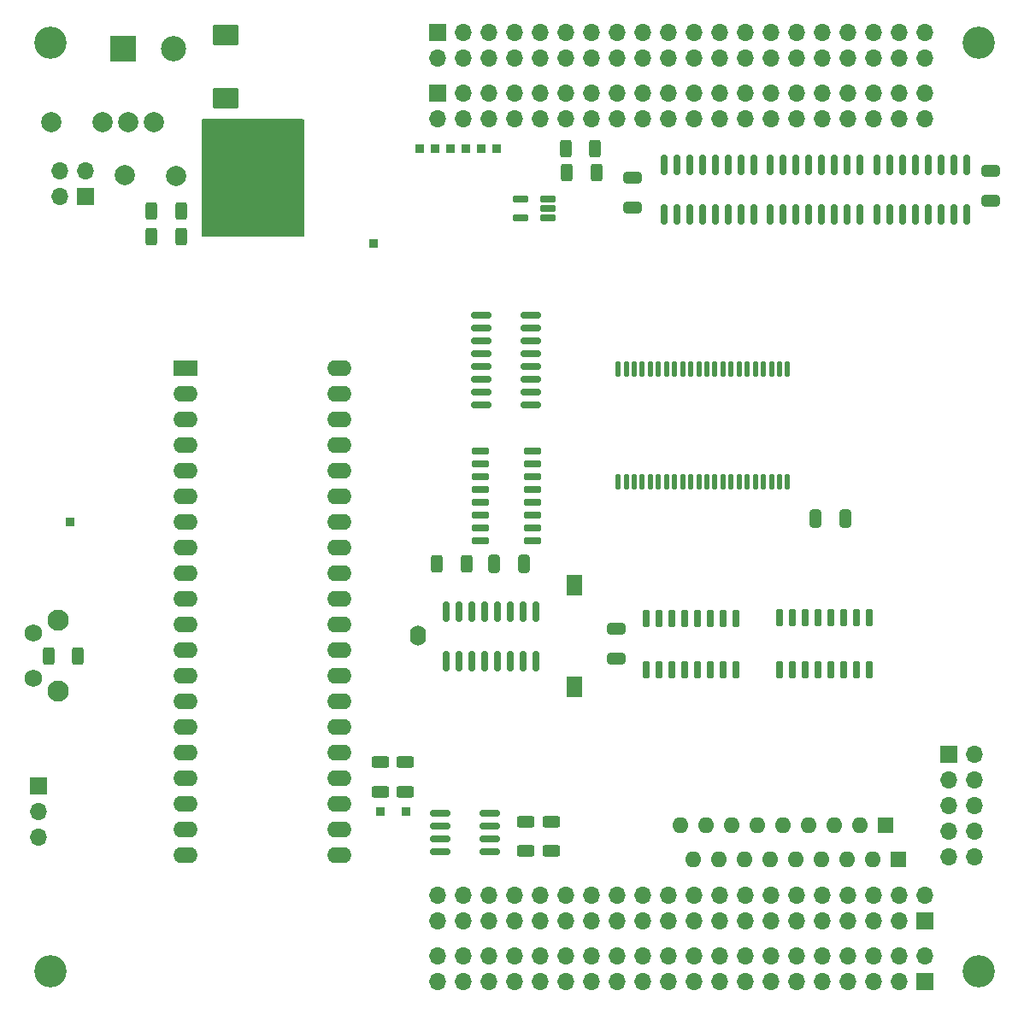
<source format=gbr>
%TF.GenerationSoftware,KiCad,Pcbnew,8.0.5-8.0.5-0~ubuntu22.04.1*%
%TF.CreationDate,2024-09-17T15:44:00+02:00*%
%TF.ProjectId,RamRomBoard,52616d52-6f6d-4426-9f61-72642e6b6963,rev?*%
%TF.SameCoordinates,Original*%
%TF.FileFunction,Soldermask,Bot*%
%TF.FilePolarity,Negative*%
%FSLAX46Y46*%
G04 Gerber Fmt 4.6, Leading zero omitted, Abs format (unit mm)*
G04 Created by KiCad (PCBNEW 8.0.5-8.0.5-0~ubuntu22.04.1) date 2024-09-17 15:44:00*
%MOMM*%
%LPD*%
G01*
G04 APERTURE LIST*
G04 Aperture macros list*
%AMRoundRect*
0 Rectangle with rounded corners*
0 $1 Rounding radius*
0 $2 $3 $4 $5 $6 $7 $8 $9 X,Y pos of 4 corners*
0 Add a 4 corners polygon primitive as box body*
4,1,4,$2,$3,$4,$5,$6,$7,$8,$9,$2,$3,0*
0 Add four circle primitives for the rounded corners*
1,1,$1+$1,$2,$3*
1,1,$1+$1,$4,$5*
1,1,$1+$1,$6,$7*
1,1,$1+$1,$8,$9*
0 Add four rect primitives between the rounded corners*
20,1,$1+$1,$2,$3,$4,$5,0*
20,1,$1+$1,$4,$5,$6,$7,0*
20,1,$1+$1,$6,$7,$8,$9,0*
20,1,$1+$1,$8,$9,$2,$3,0*%
G04 Aperture macros list end*
%ADD10R,1.700000X1.700000*%
%ADD11O,1.700000X1.700000*%
%ADD12R,0.850000X0.850000*%
%ADD13R,2.400000X1.600000*%
%ADD14O,2.400000X1.600000*%
%ADD15R,2.500000X2.500000*%
%ADD16C,2.500000*%
%ADD17R,1.600000X1.600000*%
%ADD18O,1.600000X1.600000*%
%ADD19C,2.100000*%
%ADD20C,1.750000*%
%ADD21C,3.200000*%
%ADD22R,1.600000X2.000000*%
%ADD23O,1.600000X2.000000*%
%ADD24C,2.000000*%
%ADD25RoundRect,0.150000X0.150000X-0.825000X0.150000X0.825000X-0.150000X0.825000X-0.150000X-0.825000X0*%
%ADD26RoundRect,0.150000X0.150000X-0.725000X0.150000X0.725000X-0.150000X0.725000X-0.150000X-0.725000X0*%
%ADD27RoundRect,0.150000X0.825000X0.150000X-0.825000X0.150000X-0.825000X-0.150000X0.825000X-0.150000X0*%
%ADD28RoundRect,0.250000X0.650000X-0.325000X0.650000X0.325000X-0.650000X0.325000X-0.650000X-0.325000X0*%
%ADD29RoundRect,0.250000X-0.650000X0.325000X-0.650000X-0.325000X0.650000X-0.325000X0.650000X0.325000X0*%
%ADD30RoundRect,0.250000X-0.625000X0.312500X-0.625000X-0.312500X0.625000X-0.312500X0.625000X0.312500X0*%
%ADD31RoundRect,0.150000X0.725000X0.150000X-0.725000X0.150000X-0.725000X-0.150000X0.725000X-0.150000X0*%
%ADD32RoundRect,0.162500X0.617500X0.162500X-0.617500X0.162500X-0.617500X-0.162500X0.617500X-0.162500X0*%
%ADD33RoundRect,0.250000X-0.325000X-0.650000X0.325000X-0.650000X0.325000X0.650000X-0.325000X0.650000X0*%
%ADD34RoundRect,0.150000X-0.150000X0.825000X-0.150000X-0.825000X0.150000X-0.825000X0.150000X0.825000X0*%
%ADD35RoundRect,0.250000X0.312500X0.625000X-0.312500X0.625000X-0.312500X-0.625000X0.312500X-0.625000X0*%
%ADD36RoundRect,0.137500X0.137500X-0.625000X0.137500X0.625000X-0.137500X0.625000X-0.137500X-0.625000X0*%
%ADD37RoundRect,0.250000X0.325000X0.650000X-0.325000X0.650000X-0.325000X-0.650000X0.325000X-0.650000X0*%
%ADD38RoundRect,0.250000X1.025000X-0.787500X1.025000X0.787500X-1.025000X0.787500X-1.025000X-0.787500X0*%
G04 APERTURE END LIST*
D10*
%TO.C,J8*%
X57482000Y-69174995D03*
D11*
X54942000Y-69174995D03*
X57482000Y-66634995D03*
X54942000Y-66634995D03*
%TD*%
D12*
%TO.C,TP9*%
X89281000Y-130175000D03*
%TD*%
D10*
%TO.C,J1*%
X92367000Y-53000000D03*
D11*
X92367000Y-55540000D03*
X94907000Y-53000000D03*
X94907000Y-55540000D03*
X97447000Y-53000000D03*
X97447000Y-55540000D03*
X99987000Y-53000000D03*
X99987000Y-55540000D03*
X102527000Y-53000000D03*
X102527000Y-55540000D03*
X105067000Y-53000000D03*
X105067000Y-55540000D03*
X107607000Y-53000000D03*
X107607000Y-55540000D03*
X110147000Y-53000000D03*
X110147000Y-55540000D03*
X112687000Y-53000000D03*
X112687000Y-55540000D03*
X115227000Y-53000000D03*
X115227000Y-55540000D03*
X117767000Y-53000000D03*
X117767000Y-55540000D03*
X120307000Y-53000000D03*
X120307000Y-55540000D03*
X122847000Y-53000000D03*
X122847000Y-55540000D03*
X125387000Y-53000000D03*
X125387000Y-55540000D03*
X127927000Y-53000000D03*
X127927000Y-55540000D03*
X130467000Y-53000000D03*
X130467000Y-55540000D03*
X133007000Y-53000000D03*
X133007000Y-55540000D03*
X135547000Y-53000000D03*
X135547000Y-55540000D03*
X138087000Y-53000000D03*
X138087000Y-55540000D03*
X140627000Y-53000000D03*
X140627000Y-55540000D03*
%TD*%
D13*
%TO.C,J7*%
X67437000Y-86233000D03*
D14*
X67437000Y-88773000D03*
X67437000Y-91313000D03*
X67437000Y-93853000D03*
X67437000Y-96393000D03*
X67437000Y-98933000D03*
X67437000Y-101473000D03*
X67437000Y-104013000D03*
X67437000Y-106553000D03*
X67437000Y-109093000D03*
X67437000Y-111633000D03*
X67437000Y-114173000D03*
X67437000Y-116713000D03*
X67437000Y-119253000D03*
X67437000Y-121793000D03*
X67437000Y-124333000D03*
X67437000Y-126873000D03*
X67437000Y-129413000D03*
X67437000Y-131953000D03*
X67437000Y-134493000D03*
X82677000Y-134493000D03*
X82677000Y-131953000D03*
X82677000Y-129413000D03*
X82677000Y-126873000D03*
X82677000Y-124333000D03*
X82677000Y-121793000D03*
X82677000Y-119253000D03*
X82677000Y-116713000D03*
X82677000Y-114173000D03*
X82677000Y-111633000D03*
X82677000Y-109093000D03*
X82677000Y-106553000D03*
X82677000Y-104013000D03*
X82677000Y-101473000D03*
X82677000Y-98933000D03*
X82677000Y-96393000D03*
X82677000Y-93853000D03*
X82677000Y-91313000D03*
X82677000Y-88773000D03*
X82677000Y-86233000D03*
%TD*%
D12*
%TO.C,TP1*%
X95154000Y-64470995D03*
%TD*%
D10*
%TO.C,J4*%
X140627000Y-141000000D03*
D11*
X140627000Y-138460000D03*
X138087000Y-141000000D03*
X138087000Y-138460000D03*
X135547000Y-141000000D03*
X135547000Y-138460000D03*
X133007000Y-141000000D03*
X133007000Y-138460000D03*
X130467000Y-141000000D03*
X130467000Y-138460000D03*
X127927000Y-141000000D03*
X127927000Y-138460000D03*
X125387000Y-141000000D03*
X125387000Y-138460000D03*
X122847000Y-141000000D03*
X122847000Y-138460000D03*
X120307000Y-141000000D03*
X120307000Y-138460000D03*
X117767000Y-141000000D03*
X117767000Y-138460000D03*
X115227000Y-141000000D03*
X115227000Y-138460000D03*
X112687000Y-141000000D03*
X112687000Y-138460000D03*
X110147000Y-141000000D03*
X110147000Y-138460000D03*
X107607000Y-141000000D03*
X107607000Y-138460000D03*
X105067000Y-141000000D03*
X105067000Y-138460000D03*
X102527000Y-141000000D03*
X102527000Y-138460000D03*
X99987000Y-141000000D03*
X99987000Y-138460000D03*
X97447000Y-141000000D03*
X97447000Y-138460000D03*
X94907000Y-141000000D03*
X94907000Y-138460000D03*
X92367000Y-141000000D03*
X92367000Y-138460000D03*
%TD*%
D15*
%TO.C,J5*%
X61200000Y-54600000D03*
D16*
X66200000Y-54600000D03*
%TD*%
D12*
%TO.C,TP7*%
X86060000Y-73853995D03*
%TD*%
D17*
%TO.C,RN4*%
X138049000Y-134955995D03*
D18*
X135509000Y-134955995D03*
X132969000Y-134955995D03*
X130429000Y-134955995D03*
X127889000Y-134955995D03*
X125349000Y-134955995D03*
X122809000Y-134955995D03*
X120269000Y-134955995D03*
X117729000Y-134955995D03*
%TD*%
D10*
%TO.C,JP1*%
X52832000Y-127635000D03*
D11*
X52832000Y-130175000D03*
X52832000Y-132715000D03*
%TD*%
D12*
%TO.C,TP3*%
X98202000Y-64470995D03*
%TD*%
%TO.C,TP8*%
X86741000Y-130175000D03*
%TD*%
D17*
%TO.C,RN3*%
X136779000Y-131572000D03*
D18*
X134239000Y-131572000D03*
X131699000Y-131572000D03*
X129159000Y-131572000D03*
X126619000Y-131572000D03*
X124079000Y-131572000D03*
X121539000Y-131572000D03*
X118999000Y-131572000D03*
X116459000Y-131572000D03*
%TD*%
D12*
%TO.C,TP6*%
X93630000Y-64470995D03*
%TD*%
D19*
%TO.C,SW2*%
X54811500Y-118206000D03*
X54811500Y-111196000D03*
D20*
X52321500Y-116956000D03*
X52321500Y-112456000D03*
%TD*%
D12*
%TO.C,TP2*%
X96676000Y-64470995D03*
%TD*%
D10*
%TO.C,J2*%
X140627000Y-147000000D03*
D11*
X140627000Y-144460000D03*
X138087000Y-147000000D03*
X138087000Y-144460000D03*
X135547000Y-147000000D03*
X135547000Y-144460000D03*
X133007000Y-147000000D03*
X133007000Y-144460000D03*
X130467000Y-147000000D03*
X130467000Y-144460000D03*
X127927000Y-147000000D03*
X127927000Y-144460000D03*
X125387000Y-147000000D03*
X125387000Y-144460000D03*
X122847000Y-147000000D03*
X122847000Y-144460000D03*
X120307000Y-147000000D03*
X120307000Y-144460000D03*
X117767000Y-147000000D03*
X117767000Y-144460000D03*
X115227000Y-147000000D03*
X115227000Y-144460000D03*
X112687000Y-147000000D03*
X112687000Y-144460000D03*
X110147000Y-147000000D03*
X110147000Y-144460000D03*
X107607000Y-147000000D03*
X107607000Y-144460000D03*
X105067000Y-147000000D03*
X105067000Y-144460000D03*
X102527000Y-147000000D03*
X102527000Y-144460000D03*
X99987000Y-147000000D03*
X99987000Y-144460000D03*
X97447000Y-147000000D03*
X97447000Y-144460000D03*
X94907000Y-147000000D03*
X94907000Y-144460000D03*
X92367000Y-147000000D03*
X92367000Y-144460000D03*
%TD*%
D10*
%TO.C,J9*%
X143000000Y-124500000D03*
D11*
X145540000Y-124500000D03*
X143000000Y-127040000D03*
X145540000Y-127040000D03*
X143000000Y-129580000D03*
X145540000Y-129580000D03*
X143000000Y-132120000D03*
X145540000Y-132120000D03*
X143000000Y-134660000D03*
X145540000Y-134660000D03*
%TD*%
D21*
%TO.C,H3*%
X146000000Y-54000000D03*
%TD*%
D12*
%TO.C,TP4*%
X90582000Y-64470995D03*
%TD*%
%TO.C,TP14*%
X56007000Y-101473000D03*
%TD*%
D22*
%TO.C,BT1*%
X105918000Y-117776000D03*
X105918000Y-107776000D03*
D23*
X90418000Y-112776000D03*
%TD*%
D24*
%TO.C,SW1*%
X59220000Y-61853995D03*
X61760000Y-61853995D03*
X64300000Y-61853995D03*
X54140000Y-61853995D03*
%TD*%
D10*
%TO.C,J3*%
X92367000Y-59000000D03*
D11*
X92367000Y-61540000D03*
X94907000Y-59000000D03*
X94907000Y-61540000D03*
X97447000Y-59000000D03*
X97447000Y-61540000D03*
X99987000Y-59000000D03*
X99987000Y-61540000D03*
X102527000Y-59000000D03*
X102527000Y-61540000D03*
X105067000Y-59000000D03*
X105067000Y-61540000D03*
X107607000Y-59000000D03*
X107607000Y-61540000D03*
X110147000Y-59000000D03*
X110147000Y-61540000D03*
X112687000Y-59000000D03*
X112687000Y-61540000D03*
X115227000Y-59000000D03*
X115227000Y-61540000D03*
X117767000Y-59000000D03*
X117767000Y-61540000D03*
X120307000Y-59000000D03*
X120307000Y-61540000D03*
X122847000Y-59000000D03*
X122847000Y-61540000D03*
X125387000Y-59000000D03*
X125387000Y-61540000D03*
X127927000Y-59000000D03*
X127927000Y-61540000D03*
X130467000Y-59000000D03*
X130467000Y-61540000D03*
X133007000Y-59000000D03*
X133007000Y-61540000D03*
X135547000Y-59000000D03*
X135547000Y-61540000D03*
X138087000Y-59000000D03*
X138087000Y-61540000D03*
X140627000Y-59000000D03*
X140627000Y-61540000D03*
%TD*%
D21*
%TO.C,H1*%
X54000000Y-54000000D03*
%TD*%
%TO.C,H2*%
X54000000Y-146000000D03*
%TD*%
D24*
%TO.C,F1*%
X61372000Y-67137995D03*
X66452000Y-67147995D03*
%TD*%
D12*
%TO.C,TP5*%
X92106000Y-64470995D03*
%TD*%
D21*
%TO.C,H4*%
X146000000Y-146000000D03*
%TD*%
D25*
%TO.C,U20*%
X102108000Y-115313000D03*
X100838000Y-115313000D03*
X99568000Y-115313000D03*
X98298000Y-115313000D03*
X97028000Y-115313000D03*
X95758000Y-115313000D03*
X94488000Y-115313000D03*
X93218000Y-115313000D03*
X93218000Y-110363000D03*
X94488000Y-110363000D03*
X95758000Y-110363000D03*
X97028000Y-110363000D03*
X98298000Y-110363000D03*
X99568000Y-110363000D03*
X100838000Y-110363000D03*
X102108000Y-110363000D03*
%TD*%
D26*
%TO.C,U13*%
X135128000Y-116091495D03*
X133858000Y-116091495D03*
X132588000Y-116091495D03*
X131318000Y-116091495D03*
X130048000Y-116091495D03*
X128778000Y-116091495D03*
X127508000Y-116091495D03*
X126238000Y-116091495D03*
X126238000Y-110941495D03*
X127508000Y-110941495D03*
X128778000Y-110941495D03*
X130048000Y-110941495D03*
X131318000Y-110941495D03*
X132588000Y-110941495D03*
X133858000Y-110941495D03*
X135128000Y-110941495D03*
%TD*%
D27*
%TO.C,U4*%
X97567000Y-130383995D03*
X97567000Y-131653995D03*
X97567000Y-132923995D03*
X97567000Y-134193995D03*
X92617000Y-134193995D03*
X92617000Y-132923995D03*
X92617000Y-131653995D03*
X92617000Y-130383995D03*
%TD*%
D28*
%TO.C,C3*%
X147160000Y-69653995D03*
X147160000Y-66703995D03*
%TD*%
D29*
%TO.C,C5*%
X111664000Y-67391995D03*
X111664000Y-70341995D03*
%TD*%
D30*
%TO.C,R3*%
X103632000Y-131187000D03*
X103632000Y-134112000D03*
%TD*%
D26*
%TO.C,U14*%
X121920000Y-116161495D03*
X120650000Y-116161495D03*
X119380000Y-116161495D03*
X118110000Y-116161495D03*
X116840000Y-116161495D03*
X115570000Y-116161495D03*
X114300000Y-116161495D03*
X113030000Y-116161495D03*
X113030000Y-111011495D03*
X114300000Y-111011495D03*
X115570000Y-111011495D03*
X116840000Y-111011495D03*
X118110000Y-111011495D03*
X119380000Y-111011495D03*
X120650000Y-111011495D03*
X121920000Y-111011495D03*
%TD*%
D31*
%TO.C,U17*%
X101793000Y-94442995D03*
X101793000Y-95712995D03*
X101793000Y-96982995D03*
X101793000Y-98252995D03*
X101793000Y-99522995D03*
X101793000Y-100792995D03*
X101793000Y-102062995D03*
X101793000Y-103332995D03*
X96643000Y-103332995D03*
X96643000Y-102062995D03*
X96643000Y-100792995D03*
X96643000Y-99522995D03*
X96643000Y-98252995D03*
X96643000Y-96982995D03*
X96643000Y-95712995D03*
X96643000Y-94442995D03*
%TD*%
D32*
%TO.C,U5*%
X103307400Y-69454395D03*
X103307400Y-70404395D03*
X103307400Y-71354395D03*
X100607400Y-71354395D03*
X100607400Y-69454395D03*
%TD*%
D33*
%TO.C,C9*%
X97948000Y-105618995D03*
X100898000Y-105618995D03*
%TD*%
D34*
%TO.C,U7*%
X114838125Y-66066470D03*
X116108125Y-66066470D03*
X117378125Y-66066470D03*
X118648125Y-66066470D03*
X119918125Y-66066470D03*
X121188125Y-66066470D03*
X122458125Y-66066470D03*
X123728125Y-66066470D03*
X123728125Y-71016470D03*
X122458125Y-71016470D03*
X121188125Y-71016470D03*
X119918125Y-71016470D03*
X118648125Y-71016470D03*
X117378125Y-71016470D03*
X116108125Y-71016470D03*
X114838125Y-71016470D03*
%TD*%
D35*
%TO.C,R1*%
X66960000Y-73233995D03*
X64035000Y-73233995D03*
%TD*%
%TO.C,R7*%
X107981000Y-64470995D03*
X105056000Y-64470995D03*
%TD*%
D36*
%TO.C,U12*%
X127049000Y-97490495D03*
X126249000Y-97490495D03*
X125449000Y-97490495D03*
X124649000Y-97490495D03*
X123849000Y-97490495D03*
X123049000Y-97490495D03*
X122249000Y-97490495D03*
X121449000Y-97490495D03*
X120649000Y-97490495D03*
X119849000Y-97490495D03*
X119049000Y-97490495D03*
X118249000Y-97490495D03*
X117449000Y-97490495D03*
X116649000Y-97490495D03*
X115849000Y-97490495D03*
X115049000Y-97490495D03*
X114249000Y-97490495D03*
X113449000Y-97490495D03*
X112649000Y-97490495D03*
X111849000Y-97490495D03*
X111049000Y-97490495D03*
X110249000Y-97490495D03*
X110249000Y-86315495D03*
X111049000Y-86315495D03*
X111849000Y-86315495D03*
X112649000Y-86315495D03*
X113449000Y-86315495D03*
X114249000Y-86315495D03*
X115049000Y-86315495D03*
X115849000Y-86315495D03*
X116649000Y-86315495D03*
X117449000Y-86315495D03*
X118249000Y-86315495D03*
X119049000Y-86315495D03*
X119849000Y-86315495D03*
X120649000Y-86315495D03*
X121449000Y-86315495D03*
X122249000Y-86315495D03*
X123049000Y-86315495D03*
X123849000Y-86315495D03*
X124649000Y-86315495D03*
X125449000Y-86315495D03*
X126249000Y-86315495D03*
X127049000Y-86315495D03*
%TD*%
D37*
%TO.C,C13*%
X132724500Y-101173995D03*
X129774500Y-101173995D03*
%TD*%
D30*
%TO.C,R6*%
X89154000Y-125283500D03*
X89154000Y-128208500D03*
%TD*%
D35*
%TO.C,R9*%
X95254000Y-105664000D03*
X92329000Y-105664000D03*
%TD*%
D38*
%TO.C,C12*%
X71360000Y-59453995D03*
X71360000Y-53228995D03*
%TD*%
D34*
%TO.C,U8*%
X125353725Y-66066470D03*
X126623725Y-66066470D03*
X127893725Y-66066470D03*
X129163725Y-66066470D03*
X130433725Y-66066470D03*
X131703725Y-66066470D03*
X132973725Y-66066470D03*
X134243725Y-66066470D03*
X134243725Y-71016470D03*
X132973725Y-71016470D03*
X131703725Y-71016470D03*
X130433725Y-71016470D03*
X129163725Y-71016470D03*
X127893725Y-71016470D03*
X126623725Y-71016470D03*
X125353725Y-71016470D03*
%TD*%
D35*
%TO.C,R10*%
X56769000Y-114808000D03*
X53844000Y-114808000D03*
%TD*%
D30*
%TO.C,R4*%
X101092000Y-131187000D03*
X101092000Y-134112000D03*
%TD*%
%TO.C,R5*%
X86741000Y-125283500D03*
X86741000Y-128208500D03*
%TD*%
D35*
%TO.C,R8*%
X108108000Y-66883995D03*
X105183000Y-66883995D03*
%TD*%
%TO.C,R2*%
X66960000Y-70693995D03*
X64035000Y-70693995D03*
%TD*%
D27*
%TO.C,U18*%
X101631000Y-80980995D03*
X101631000Y-82250995D03*
X101631000Y-83520995D03*
X101631000Y-84790995D03*
X101631000Y-86060995D03*
X101631000Y-87330995D03*
X101631000Y-88600995D03*
X101631000Y-89870995D03*
X96681000Y-89870995D03*
X96681000Y-88600995D03*
X96681000Y-87330995D03*
X96681000Y-86060995D03*
X96681000Y-84790995D03*
X96681000Y-83520995D03*
X96681000Y-82250995D03*
X96681000Y-80980995D03*
%TD*%
D28*
%TO.C,C10*%
X110089500Y-115045995D03*
X110089500Y-112095995D03*
%TD*%
D34*
%TO.C,U9*%
X135894725Y-66055270D03*
X137164725Y-66055270D03*
X138434725Y-66055270D03*
X139704725Y-66055270D03*
X140974725Y-66055270D03*
X142244725Y-66055270D03*
X143514725Y-66055270D03*
X144784725Y-66055270D03*
X144784725Y-71005270D03*
X143514725Y-71005270D03*
X142244725Y-71005270D03*
X140974725Y-71005270D03*
X139704725Y-71005270D03*
X138434725Y-71005270D03*
X137164725Y-71005270D03*
X135894725Y-71005270D03*
%TD*%
G36*
X79097419Y-61569027D02*
G01*
X79143177Y-61621828D01*
X79154386Y-61673373D01*
X79152026Y-73110021D01*
X79132328Y-73177056D01*
X79079514Y-73222800D01*
X79028026Y-73233995D01*
X69116000Y-73233995D01*
X69048961Y-73214310D01*
X69003206Y-73161506D01*
X68992000Y-73109995D01*
X68992000Y-61673986D01*
X69011685Y-61606947D01*
X69064489Y-61561192D01*
X69115992Y-61549986D01*
X79030378Y-61549347D01*
X79097419Y-61569027D01*
G37*
M02*

</source>
